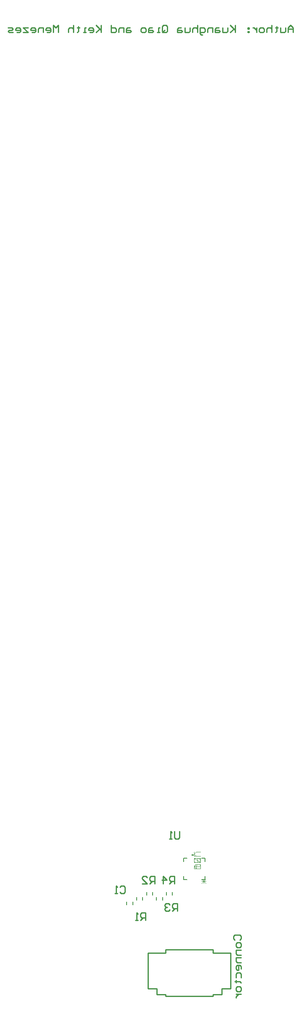
<source format=gbo>
%FSLAX44Y44*%
%MOMM*%
G71*
G01*
G75*
G04 Layer_Color=32896*
%ADD10R,2.5000X6.0000*%
%ADD11R,6.9850X4.0000*%
%ADD12C,1.0000*%
%ADD13C,16.0000*%
%ADD14C,4.0000*%
%ADD15C,1.2700*%
%ADD16R,1.2192X0.8128*%
%ADD17R,1.0200X3.8000*%
%ADD18R,0.3556X0.7620*%
%ADD19R,0.7620X0.3556*%
%ADD20R,2.7940X2.7940*%
%ADD21C,0.2540*%
%ADD22R,2.7032X6.2032*%
%ADD23R,7.1882X4.2032*%
%ADD24C,16.2032*%
%ADD25C,4.2032*%
%ADD26C,1.4732*%
%ADD27R,1.4224X1.0160*%
%ADD28R,1.1200X3.9000*%
%ADD29R,0.5588X0.9652*%
%ADD30R,0.9652X0.5588*%
%ADD31R,2.9972X2.9972*%
%ADD32R,0.0254X0.0254*%
%ADD33C,0.1524*%
%ADD34C,0.0762*%
G36*
X408655Y1506035D02*
X404845D01*
Y1508575D01*
X408655D01*
Y1506035D01*
D02*
G37*
D21*
X447897Y1225850D02*
X465923D01*
Y1237650D01*
X483645D01*
Y1310230D01*
X447897D02*
X483645D01*
X447897D02*
Y1316914D01*
X352658D02*
X447897D01*
X352658Y1310230D02*
Y1316914D01*
X316910Y1310230D02*
X352658D01*
X316910Y1237650D02*
Y1310230D01*
Y1237650D02*
X334632D01*
Y1225850D02*
Y1237650D01*
Y1225850D02*
X352658D01*
Y1223086D02*
Y1225850D01*
Y1223086D02*
X447897D01*
Y1225850D01*
X380000Y1555235D02*
Y1542539D01*
X377461Y1540000D01*
X372383D01*
X369843Y1542539D01*
Y1555235D01*
X364765Y1540000D02*
X359687D01*
X362226D01*
Y1555235D01*
X364765Y1552696D01*
X370000Y1450000D02*
Y1465235D01*
X362383D01*
X359843Y1462696D01*
Y1457617D01*
X362383Y1455078D01*
X370000D01*
X364922D02*
X359843Y1450000D01*
X347147D02*
Y1465235D01*
X354765Y1457617D01*
X344608D01*
X376000Y1395000D02*
Y1410235D01*
X368382D01*
X365843Y1407696D01*
Y1402617D01*
X368382Y1400078D01*
X376000D01*
X370922D02*
X365843Y1395000D01*
X360765Y1407696D02*
X358226Y1410235D01*
X353147D01*
X350608Y1407696D01*
Y1405157D01*
X353147Y1402617D01*
X355687D01*
X353147D01*
X350608Y1400078D01*
Y1397539D01*
X353147Y1395000D01*
X358226D01*
X360765Y1397539D01*
X330000Y1450000D02*
Y1465235D01*
X322383D01*
X319843Y1462696D01*
Y1457617D01*
X322383Y1455078D01*
X330000D01*
X324922D02*
X319843Y1450000D01*
X304608D02*
X314765D01*
X304608Y1460157D01*
Y1462696D01*
X307147Y1465235D01*
X312226D01*
X314765Y1462696D01*
X312000Y1376000D02*
Y1391235D01*
X304382D01*
X301843Y1388696D01*
Y1383618D01*
X304382Y1381078D01*
X312000D01*
X306922D02*
X301843Y1376000D01*
X296765D02*
X291687D01*
X294226D01*
Y1391235D01*
X296765Y1388696D01*
X259843Y1442696D02*
X262383Y1445235D01*
X267461D01*
X270000Y1442696D01*
Y1432539D01*
X267461Y1430000D01*
X262383D01*
X259843Y1432539D01*
X254765Y1430000D02*
X249687D01*
X252226D01*
Y1445235D01*
X254765Y1442696D01*
X492304Y1335843D02*
X489765Y1338383D01*
Y1343461D01*
X492304Y1346000D01*
X502461D01*
X505000Y1343461D01*
Y1338383D01*
X502461Y1335843D01*
X505000Y1328226D02*
Y1323147D01*
X502461Y1320608D01*
X497383D01*
X494843Y1323147D01*
Y1328226D01*
X497383Y1330765D01*
X502461D01*
X505000Y1328226D01*
Y1315530D02*
X494843D01*
Y1307912D01*
X497383Y1305373D01*
X505000D01*
Y1300295D02*
X494843D01*
Y1292677D01*
X497383Y1290138D01*
X505000D01*
Y1277442D02*
Y1282520D01*
X502461Y1285060D01*
X497383D01*
X494843Y1282520D01*
Y1277442D01*
X497383Y1274903D01*
X499922D01*
Y1285060D01*
X494843Y1259668D02*
Y1267286D01*
X497383Y1269825D01*
X502461D01*
X505000Y1267286D01*
Y1259668D01*
X492304Y1252050D02*
X494843D01*
Y1254590D01*
Y1249511D01*
Y1252050D01*
X502461D01*
X505000Y1249511D01*
Y1239354D02*
Y1234276D01*
X502461Y1231737D01*
X497383D01*
X494843Y1234276D01*
Y1239354D01*
X497383Y1241894D01*
X502461D01*
X505000Y1239354D01*
X494843Y1226659D02*
X505000D01*
X499922D01*
X497383Y1224119D01*
X494843Y1221580D01*
Y1219041D01*
X610000Y3168000D02*
Y3178157D01*
X604922Y3183235D01*
X599843Y3178157D01*
Y3168000D01*
Y3175617D01*
X610000D01*
X594765Y3178157D02*
Y3170539D01*
X592226Y3168000D01*
X584608D01*
Y3178157D01*
X576991Y3180696D02*
Y3178157D01*
X579530D01*
X574451D01*
X576991D01*
Y3170539D01*
X574451Y3168000D01*
X566834Y3183235D02*
Y3168000D01*
Y3175617D01*
X564295Y3178157D01*
X559216D01*
X556677Y3175617D01*
Y3168000D01*
X549060D02*
X543981D01*
X541442Y3170539D01*
Y3175617D01*
X543981Y3178157D01*
X549060D01*
X551599Y3175617D01*
Y3170539D01*
X549060Y3168000D01*
X536364Y3178157D02*
Y3168000D01*
Y3173078D01*
X533825Y3175617D01*
X531286Y3178157D01*
X528746D01*
X521129D02*
X518590D01*
Y3175617D01*
X521129D01*
Y3178157D01*
Y3170539D02*
X518590D01*
Y3168000D01*
X521129D01*
Y3170539D01*
X493198Y3183235D02*
Y3168000D01*
Y3173078D01*
X483041Y3183235D01*
X490659Y3175617D01*
X483041Y3168000D01*
X477963Y3178157D02*
Y3170539D01*
X475424Y3168000D01*
X467806D01*
Y3178157D01*
X460188D02*
X455110D01*
X452571Y3175617D01*
Y3168000D01*
X460188D01*
X462728Y3170539D01*
X460188Y3173078D01*
X452571D01*
X447493Y3168000D02*
Y3178157D01*
X439875D01*
X437336Y3175617D01*
Y3168000D01*
X427179Y3162921D02*
X424640D01*
X422101Y3165461D01*
Y3178157D01*
X429718D01*
X432257Y3175617D01*
Y3170539D01*
X429718Y3168000D01*
X422101D01*
X417022Y3183235D02*
Y3168000D01*
Y3175617D01*
X414483Y3178157D01*
X409405D01*
X406866Y3175617D01*
Y3168000D01*
X401787Y3178157D02*
Y3170539D01*
X399248Y3168000D01*
X391631D01*
Y3178157D01*
X384013D02*
X378935D01*
X376396Y3175617D01*
Y3168000D01*
X384013D01*
X386552Y3170539D01*
X384013Y3173078D01*
X376396D01*
X345925Y3170539D02*
Y3180696D01*
X348465Y3183235D01*
X353543D01*
X356082Y3180696D01*
Y3170539D01*
X353543Y3168000D01*
X348465D01*
X351004Y3173078D02*
X345925Y3168000D01*
X348465D02*
X345925Y3170539D01*
X340847Y3168000D02*
X335769D01*
X338308D01*
Y3178157D01*
X340847D01*
X325612D02*
X320534D01*
X317994Y3175617D01*
Y3168000D01*
X325612D01*
X328151Y3170539D01*
X325612Y3173078D01*
X317994D01*
X310377Y3168000D02*
X305299D01*
X302759Y3170539D01*
Y3175617D01*
X305299Y3178157D01*
X310377D01*
X312916Y3175617D01*
Y3170539D01*
X310377Y3168000D01*
X279907Y3178157D02*
X274828D01*
X272289Y3175617D01*
Y3168000D01*
X279907D01*
X282446Y3170539D01*
X279907Y3173078D01*
X272289D01*
X267211Y3168000D02*
Y3178157D01*
X259593D01*
X257054Y3175617D01*
Y3168000D01*
X241819Y3183235D02*
Y3168000D01*
X249437D01*
X251976Y3170539D01*
Y3175617D01*
X249437Y3178157D01*
X241819D01*
X221506Y3183235D02*
Y3168000D01*
Y3173078D01*
X211349Y3183235D01*
X218967Y3175617D01*
X211349Y3168000D01*
X198653D02*
X203731D01*
X206271Y3170539D01*
Y3175617D01*
X203731Y3178157D01*
X198653D01*
X196114Y3175617D01*
Y3173078D01*
X206271D01*
X191035Y3168000D02*
X185957D01*
X188496D01*
Y3178157D01*
X191035D01*
X175800Y3180696D02*
Y3178157D01*
X178340D01*
X173261D01*
X175800D01*
Y3170539D01*
X173261Y3168000D01*
X165644Y3183235D02*
Y3168000D01*
Y3175617D01*
X163105Y3178157D01*
X158026D01*
X155487Y3175617D01*
Y3168000D01*
X135174D02*
Y3183235D01*
X130095Y3178157D01*
X125017Y3183235D01*
Y3168000D01*
X112321D02*
X117399D01*
X119938Y3170539D01*
Y3175617D01*
X117399Y3178157D01*
X112321D01*
X109782Y3175617D01*
Y3173078D01*
X119938D01*
X104704Y3168000D02*
Y3178157D01*
X97086D01*
X94547Y3175617D01*
Y3168000D01*
X81851D02*
X86929D01*
X89468Y3170539D01*
Y3175617D01*
X86929Y3178157D01*
X81851D01*
X79312Y3175617D01*
Y3173078D01*
X89468D01*
X74233Y3178157D02*
X64077D01*
X74233Y3168000D01*
X64077D01*
X51381D02*
X56459D01*
X58998Y3170539D01*
Y3175617D01*
X56459Y3178157D01*
X51381D01*
X48842Y3175617D01*
Y3173078D01*
X58998D01*
X43763Y3168000D02*
X36146D01*
X33607Y3170539D01*
X36146Y3173078D01*
X41224D01*
X43763Y3175617D01*
X41224Y3178157D01*
X33607D01*
D33*
X273904Y1406952D02*
Y1413000D01*
X286000Y1406952D02*
Y1413000D01*
X353904Y1426952D02*
Y1433000D01*
X366000Y1426952D02*
Y1433000D01*
X333904Y1416952D02*
Y1423000D01*
X346000Y1416952D02*
Y1423000D01*
X313904Y1426952D02*
Y1433000D01*
X326000Y1426952D02*
Y1433000D01*
X293904Y1416952D02*
Y1423000D01*
X306000Y1416952D02*
Y1423000D01*
X431717Y1458283D02*
Y1465145D01*
X424855Y1501717D02*
X431717D01*
X388283Y1458283D02*
Y1465145D01*
Y1501717D02*
X395145D01*
X431717Y1494855D02*
Y1501717D01*
X424855Y1458283D02*
X431717D01*
X388283D02*
X395145D01*
X388283Y1494855D02*
Y1501717D01*
D34*
X433580Y1450155D02*
X425116Y1458619D01*
Y1450155D02*
X433580Y1458619D01*
X429348Y1450155D02*
Y1458619D01*
X425116Y1454387D02*
X433580D01*
X410000Y1480000D02*
X422696D01*
Y1486348D01*
X420580Y1488464D01*
X416348D01*
X414232Y1486348D01*
Y1480000D01*
X410000Y1492696D02*
X422696D01*
X410000Y1501160D01*
X422696D01*
Y1480000D02*
X410000D01*
Y1486348D01*
X412116Y1488464D01*
X420580D01*
X422696Y1486348D01*
Y1480000D01*
Y1501160D02*
Y1492696D01*
X410000D01*
Y1501160D01*
X416348Y1492696D02*
Y1496928D01*
X422696Y1505392D02*
X414232D01*
X410000Y1509624D01*
X414232Y1513856D01*
X422696D01*
Y1480000D02*
X414232D01*
X410000Y1484232D01*
X414232Y1488464D01*
X422696D01*
X410000Y1492696D02*
X418464D01*
X422696Y1496928D01*
X418464Y1501160D01*
X410000D01*
X416348D01*
Y1492696D01*
X422696Y1505392D02*
X410000D01*
Y1513856D01*
X422696Y1480000D02*
Y1488464D01*
Y1484232D01*
X410000D01*
X422696Y1499044D02*
Y1494812D01*
X420580Y1492696D01*
X412116D01*
X410000Y1494812D01*
Y1499044D01*
X412116Y1501160D01*
X420580D01*
X422696Y1499044D01*
Y1505392D02*
X410000D01*
Y1513856D01*
M02*

</source>
